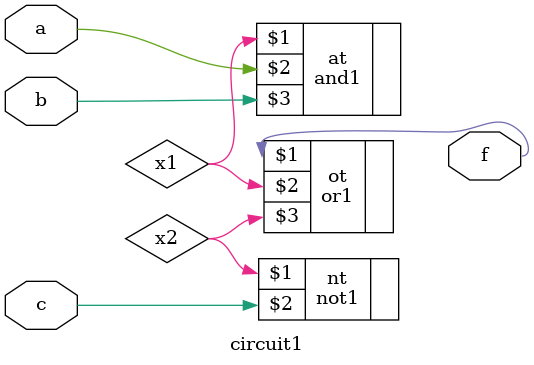
<source format=v>
module circuit1(a,b,c,f);
    input a,b,c;
    output f;
    wire x1,x2;
    and1 at(x1,a,b);
    not1 nt(x2,c);
    or1 ot(f,x1,x2);
endmodule
</source>
